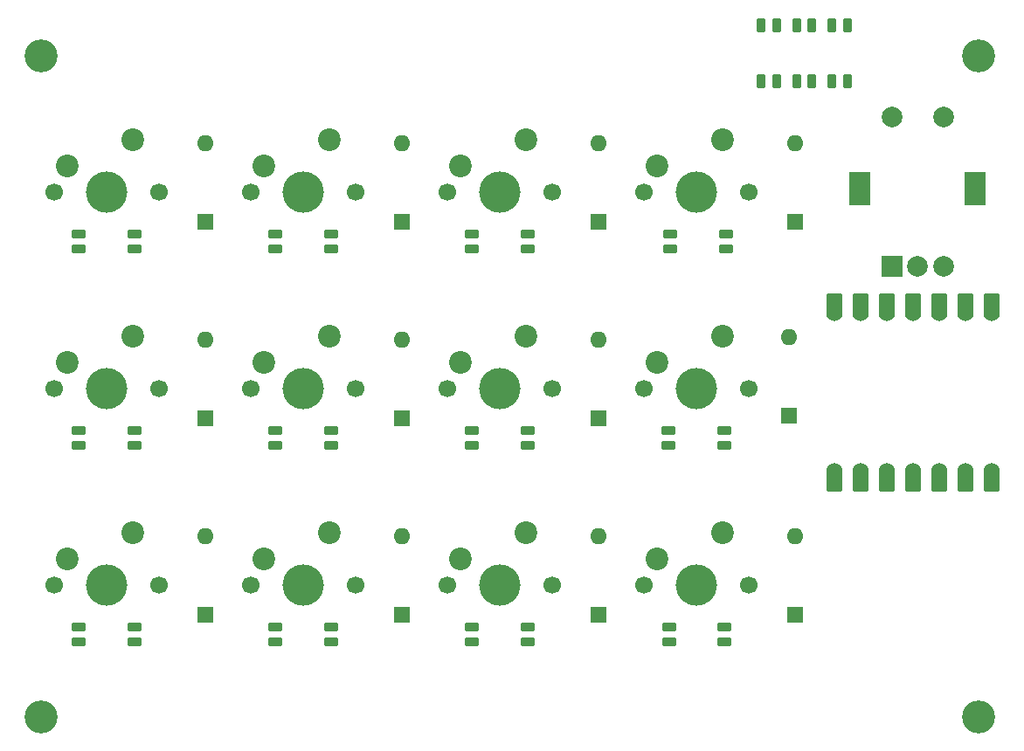
<source format=gbr>
%TF.GenerationSoftware,KiCad,Pcbnew,8.0.6*%
%TF.CreationDate,2025-07-03T10:23:52-04:00*%
%TF.ProjectId,tronzpad,74726f6e-7a70-4616-942e-6b696361645f,rev?*%
%TF.SameCoordinates,Original*%
%TF.FileFunction,Soldermask,Bot*%
%TF.FilePolarity,Negative*%
%FSLAX46Y46*%
G04 Gerber Fmt 4.6, Leading zero omitted, Abs format (unit mm)*
G04 Created by KiCad (PCBNEW 8.0.6) date 2025-07-03 10:23:52*
%MOMM*%
%LPD*%
G01*
G04 APERTURE LIST*
G04 Aperture macros list*
%AMRoundRect*
0 Rectangle with rounded corners*
0 $1 Rounding radius*
0 $2 $3 $4 $5 $6 $7 $8 $9 X,Y pos of 4 corners*
0 Add a 4 corners polygon primitive as box body*
4,1,4,$2,$3,$4,$5,$6,$7,$8,$9,$2,$3,0*
0 Add four circle primitives for the rounded corners*
1,1,$1+$1,$2,$3*
1,1,$1+$1,$4,$5*
1,1,$1+$1,$6,$7*
1,1,$1+$1,$8,$9*
0 Add four rect primitives between the rounded corners*
20,1,$1+$1,$2,$3,$4,$5,0*
20,1,$1+$1,$4,$5,$6,$7,0*
20,1,$1+$1,$6,$7,$8,$9,0*
20,1,$1+$1,$8,$9,$2,$3,0*%
G04 Aperture macros list end*
%ADD10R,2.000000X2.000000*%
%ADD11C,2.000000*%
%ADD12R,2.000000X3.200000*%
%ADD13C,1.700000*%
%ADD14C,4.000000*%
%ADD15C,2.200000*%
%ADD16R,1.600000X1.600000*%
%ADD17O,1.600000X1.600000*%
%ADD18RoundRect,0.205000X0.495000X0.205000X-0.495000X0.205000X-0.495000X-0.205000X0.495000X-0.205000X0*%
%ADD19RoundRect,0.205000X-0.205000X0.495000X-0.205000X-0.495000X0.205000X-0.495000X0.205000X0.495000X0*%
%ADD20RoundRect,0.152400X-0.609600X1.063600X-0.609600X-1.063600X0.609600X-1.063600X0.609600X1.063600X0*%
%ADD21C,1.524000*%
%ADD22RoundRect,0.152400X0.609600X-1.063600X0.609600X1.063600X-0.609600X1.063600X-0.609600X-1.063600X0*%
%ADD23RoundRect,0.205000X-0.495000X-0.205000X0.495000X-0.205000X0.495000X0.205000X-0.495000X0.205000X0*%
%ADD24C,3.200000*%
G04 APERTURE END LIST*
D10*
%TO.C,SW1*%
X186027571Y-88923267D03*
D11*
X191027571Y-88923267D03*
X188527571Y-88923267D03*
D12*
X182927571Y-81423267D03*
X194127571Y-81423267D03*
D11*
X191027571Y-74423267D03*
X186027571Y-74423267D03*
%TD*%
D13*
%TO.C,S12*%
X162028971Y-119860767D03*
D14*
X167108971Y-119860767D03*
D13*
X172188971Y-119860767D03*
D15*
X169648971Y-114780767D03*
X163298971Y-117320767D03*
%TD*%
D13*
%TO.C,S11*%
X142978971Y-119860767D03*
D14*
X148058971Y-119860767D03*
D13*
X153138971Y-119860767D03*
D15*
X150598971Y-114780767D03*
X144248971Y-117320767D03*
%TD*%
D13*
%TO.C,S10*%
X123928971Y-119860767D03*
D14*
X129008971Y-119860767D03*
D13*
X134088971Y-119860767D03*
D15*
X131548971Y-114780767D03*
X125198971Y-117320767D03*
%TD*%
D13*
%TO.C,S9*%
X104878971Y-119860767D03*
D14*
X109958971Y-119860767D03*
D13*
X115038971Y-119860767D03*
D15*
X112498971Y-114780767D03*
X106148971Y-117320767D03*
%TD*%
D13*
%TO.C,S8*%
X162028971Y-100810767D03*
D14*
X167108971Y-100810767D03*
D13*
X172188971Y-100810767D03*
D15*
X169648971Y-95730767D03*
X163298971Y-98270767D03*
%TD*%
D13*
%TO.C,S7*%
X142978971Y-100810767D03*
D14*
X148058971Y-100810767D03*
D13*
X153138971Y-100810767D03*
D15*
X150598971Y-95730767D03*
X144248971Y-98270767D03*
%TD*%
%TO.C,S6*%
X125198971Y-98270767D03*
X131548971Y-95730767D03*
D13*
X134088971Y-100810767D03*
D14*
X129008971Y-100810767D03*
D13*
X123928971Y-100810767D03*
%TD*%
%TO.C,S5*%
X104878971Y-100810767D03*
D14*
X109958971Y-100810767D03*
D13*
X115038971Y-100810767D03*
D15*
X112498971Y-95730767D03*
X106148971Y-98270767D03*
%TD*%
D13*
%TO.C,S1*%
X104878971Y-81760767D03*
D14*
X109958971Y-81760767D03*
D13*
X115038971Y-81760767D03*
D15*
X112498971Y-76680767D03*
X106148971Y-79220767D03*
%TD*%
D13*
%TO.C,S3*%
X142978971Y-81760767D03*
D14*
X148058971Y-81760767D03*
D13*
X153138971Y-81760767D03*
D15*
X150598971Y-76680767D03*
X144248971Y-79220767D03*
%TD*%
D13*
%TO.C,S2*%
X123928971Y-81760767D03*
D14*
X129008971Y-81760767D03*
D13*
X134088971Y-81760767D03*
D15*
X131548971Y-76680767D03*
X125198971Y-79220767D03*
%TD*%
D13*
%TO.C,S4*%
X162028971Y-81760767D03*
D14*
X167108971Y-81760767D03*
D13*
X172188971Y-81760767D03*
D15*
X169648971Y-76680767D03*
X163298971Y-79220767D03*
%TD*%
D16*
%TO.C,D11*%
X157581571Y-122715267D03*
D17*
X157581571Y-115095267D03*
%TD*%
D18*
%TO.C,D18*%
X107257571Y-104820467D03*
X107257571Y-106320467D03*
X112657571Y-106320467D03*
X112657571Y-104820467D03*
%TD*%
D19*
%TO.C,D24*%
X173333971Y-70973267D03*
X174833971Y-70973267D03*
X174833971Y-65573267D03*
X173333971Y-65573267D03*
%TD*%
D16*
%TO.C,D1*%
X119482371Y-84616067D03*
D17*
X119482371Y-76996067D03*
%TD*%
D16*
%TO.C,D7*%
X157583971Y-103668267D03*
D17*
X157583971Y-96048267D03*
%TD*%
D20*
%TO.C,U1*%
X195685471Y-109628267D03*
D21*
X195685471Y-108793267D03*
D20*
X193145471Y-109628267D03*
D21*
X193145471Y-108793267D03*
D20*
X190605471Y-109628267D03*
D21*
X190605471Y-108793267D03*
D20*
X188065471Y-109628267D03*
D21*
X188065471Y-108793267D03*
D20*
X185525471Y-109628267D03*
D21*
X185525471Y-108793267D03*
D20*
X182985471Y-109628267D03*
D21*
X182985471Y-108793267D03*
D20*
X180445471Y-109628267D03*
D21*
X180445471Y-108793267D03*
X180445471Y-93553267D03*
D22*
X180445471Y-92718267D03*
D21*
X182985471Y-93553267D03*
D22*
X182985471Y-92718267D03*
D21*
X185525471Y-93553267D03*
D22*
X185525471Y-92718267D03*
D21*
X188065471Y-93553267D03*
D22*
X188065471Y-92718267D03*
D21*
X190605471Y-93553267D03*
D22*
X190605471Y-92718267D03*
D21*
X193145471Y-93553267D03*
D22*
X193145471Y-92718267D03*
D21*
X195685471Y-93553267D03*
D22*
X195685471Y-92718267D03*
%TD*%
D16*
%TO.C,D2*%
X138531971Y-84616067D03*
D17*
X138531971Y-76996067D03*
%TD*%
D23*
%TO.C,D20*%
X131707171Y-125370067D03*
X131707171Y-123870067D03*
X126307171Y-123870067D03*
X126307171Y-125370067D03*
%TD*%
%TO.C,D13*%
X131707171Y-87270867D03*
X131707171Y-85770867D03*
X126307171Y-85770867D03*
X126307171Y-87270867D03*
%TD*%
%TO.C,D15*%
X169918971Y-87270867D03*
X169918971Y-85770867D03*
X164518971Y-85770867D03*
X164518971Y-87270867D03*
%TD*%
D16*
%TO.C,D3*%
X157581571Y-84616067D03*
D17*
X157581571Y-76996067D03*
%TD*%
D16*
%TO.C,D10*%
X138531971Y-122715267D03*
D17*
X138531971Y-115095267D03*
%TD*%
D23*
%TO.C,D19*%
X112657571Y-125370067D03*
X112657571Y-123870067D03*
X107257571Y-123870067D03*
X107257571Y-125370067D03*
%TD*%
D16*
%TO.C,D5*%
X119483971Y-103668267D03*
D17*
X119483971Y-96048267D03*
%TD*%
D19*
%TO.C,D27*%
X180233971Y-70973267D03*
X181733971Y-70973267D03*
X181733971Y-65573267D03*
X180233971Y-65573267D03*
%TD*%
D16*
%TO.C,D9*%
X119482371Y-122715267D03*
D17*
X119482371Y-115095267D03*
%TD*%
D23*
%TO.C,D14*%
X150756771Y-87270867D03*
X150756771Y-85770867D03*
X145356771Y-85770867D03*
X145356771Y-87270867D03*
%TD*%
D16*
%TO.C,D6*%
X138533971Y-103668267D03*
D17*
X138533971Y-96048267D03*
%TD*%
D18*
%TO.C,D21*%
X164404971Y-104820467D03*
X164404971Y-106320467D03*
X169804971Y-106320467D03*
X169804971Y-104820467D03*
%TD*%
D23*
%TO.C,D25*%
X112657571Y-87270867D03*
X112657571Y-85770867D03*
X107257571Y-85770867D03*
X107257571Y-87270867D03*
%TD*%
D19*
%TO.C,D26*%
X176783971Y-70973267D03*
X178283971Y-70973267D03*
X178283971Y-65573267D03*
X176783971Y-65573267D03*
%TD*%
D23*
%TO.C,D23*%
X169825000Y-125370067D03*
X169825000Y-123870067D03*
X164425000Y-123870067D03*
X164425000Y-125370067D03*
%TD*%
D16*
%TO.C,D4*%
X176633971Y-84618267D03*
D17*
X176633971Y-76998267D03*
%TD*%
D18*
%TO.C,D17*%
X126307171Y-104820467D03*
X126307171Y-106320467D03*
X131707171Y-106320467D03*
X131707171Y-104820467D03*
%TD*%
D16*
%TO.C,D12*%
X176633971Y-122715267D03*
D17*
X176633971Y-115095267D03*
%TD*%
D16*
%TO.C,D8*%
X176073971Y-103453267D03*
D17*
X176073971Y-95833267D03*
%TD*%
D23*
%TO.C,D22*%
X150756771Y-125370067D03*
X150756771Y-123870067D03*
X145356771Y-123870067D03*
X145356771Y-125370067D03*
%TD*%
D18*
%TO.C,D16*%
X145356771Y-104820467D03*
X145356771Y-106320467D03*
X150756771Y-106320467D03*
X150756771Y-104820467D03*
%TD*%
D24*
%TO.C,H4*%
X194409657Y-132594127D03*
%TD*%
%TO.C,H3*%
X103563061Y-132599003D03*
%TD*%
%TO.C,H1*%
X103573231Y-68564907D03*
%TD*%
%TO.C,H2*%
X194419831Y-68580027D03*
%TD*%
M02*

</source>
